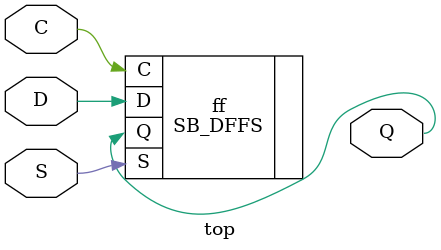
<source format=v>
module top (input C, D, S, output Q);
	SB_DFFS ff (.C(C), .D(D), .S(S), .Q(Q));
endmodule

</source>
